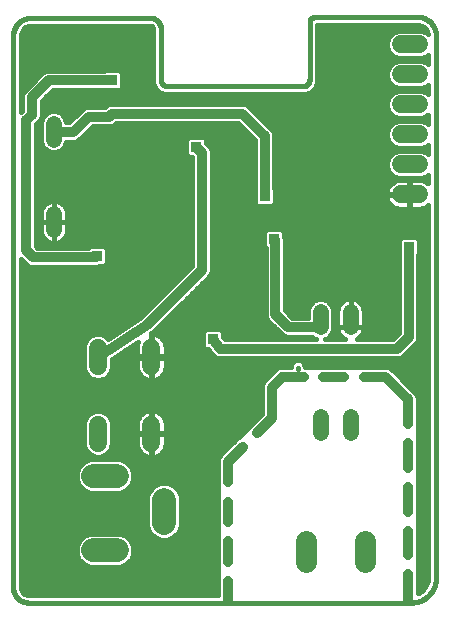
<source format=gbl>
G75*
%MOIN*%
%OFA0B0*%
%FSLAX25Y25*%
%IPPOS*%
%LPD*%
%AMOC8*
5,1,8,0,0,1.08239X$1,22.5*
%
%ADD10C,0.03200*%
%ADD11C,0.01600*%
%ADD12C,0.06000*%
%ADD13C,0.05200*%
%ADD14C,0.07050*%
%ADD15C,0.07874*%
%ADD16R,0.03562X0.03562*%
%ADD17C,0.03562*%
D10*
X0063550Y0126122D02*
X0079850Y0136850D01*
X0098274Y0155275D01*
X0098274Y0194251D01*
X0096306Y0196220D01*
X0111660Y0207243D02*
X0068353Y0207243D01*
X0067380Y0206270D01*
X0060520Y0206270D01*
X0055394Y0201145D01*
X0048817Y0201145D01*
X0041580Y0206934D02*
X0041580Y0212836D01*
X0047091Y0218348D01*
X0068348Y0218348D01*
X0041580Y0206934D02*
X0039608Y0204962D01*
X0039608Y0161655D01*
X0041970Y0159293D01*
X0062836Y0159293D01*
X0063230Y0159687D01*
X0101817Y0132046D02*
X0104180Y0128897D01*
X0163235Y0128897D01*
X0167172Y0132834D01*
X0167172Y0162755D01*
X0137762Y0136023D02*
X0126975Y0136023D01*
X0122683Y0140314D01*
X0122683Y0165117D01*
X0122290Y0165511D01*
X0119140Y0179684D02*
X0119140Y0199763D01*
X0111660Y0207243D01*
X0125046Y0119448D02*
X0132196Y0119448D01*
X0138596Y0119448D02*
X0145747Y0119448D01*
X0152147Y0119448D02*
X0159298Y0119448D01*
X0166778Y0111968D01*
X0166778Y0103781D01*
X0166778Y0097381D02*
X0166778Y0089194D01*
X0166778Y0082794D02*
X0166778Y0074606D01*
X0166778Y0068206D02*
X0166778Y0060019D01*
X0166778Y0053619D02*
X0166778Y0045432D01*
X0116482Y0100648D02*
X0121502Y0105669D01*
X0121502Y0115905D01*
X0125046Y0119448D01*
X0111956Y0096122D02*
X0106935Y0091102D01*
X0106935Y0084287D01*
X0106935Y0077887D02*
X0106935Y0071073D01*
X0106935Y0064673D02*
X0106935Y0057859D01*
X0106935Y0051459D02*
X0106935Y0044645D01*
D11*
X0035282Y0049369D02*
X0035282Y0233228D01*
X0037882Y0233228D02*
X0037945Y0233872D01*
X0038439Y0235064D01*
X0039351Y0235976D01*
X0040543Y0236470D01*
X0041187Y0236533D01*
X0080951Y0236533D01*
X0081135Y0236515D01*
X0081475Y0236374D01*
X0081736Y0236114D01*
X0081876Y0235774D01*
X0081894Y0235590D01*
X0081894Y0217674D01*
X0082650Y0215850D01*
X0082650Y0215850D01*
X0084046Y0214454D01*
X0085870Y0213698D01*
X0132726Y0213698D01*
X0134549Y0214454D01*
X0134549Y0214454D01*
X0135945Y0215850D01*
X0136701Y0217674D01*
X0136701Y0236927D01*
X0169928Y0236927D01*
X0170506Y0236881D01*
X0171607Y0236524D01*
X0172543Y0235843D01*
X0173224Y0234907D01*
X0173581Y0233806D01*
X0173587Y0233733D01*
X0173113Y0234207D01*
X0171420Y0234909D01*
X0163587Y0234909D01*
X0161893Y0234207D01*
X0160597Y0232911D01*
X0159896Y0231218D01*
X0159896Y0229385D01*
X0160597Y0227692D01*
X0161893Y0226396D01*
X0163587Y0225694D01*
X0171420Y0225694D01*
X0173113Y0226396D01*
X0173627Y0226910D01*
X0173627Y0223693D01*
X0173113Y0224207D01*
X0171420Y0224909D01*
X0163587Y0224909D01*
X0161893Y0224207D01*
X0160597Y0222911D01*
X0159896Y0221218D01*
X0159896Y0219385D01*
X0160597Y0217692D01*
X0161893Y0216396D01*
X0163587Y0215694D01*
X0171420Y0215694D01*
X0173113Y0216396D01*
X0173627Y0216910D01*
X0173627Y0213693D01*
X0173113Y0214207D01*
X0171420Y0214909D01*
X0163587Y0214909D01*
X0161893Y0214207D01*
X0160597Y0212911D01*
X0159896Y0211218D01*
X0159896Y0209385D01*
X0160597Y0207692D01*
X0161893Y0206396D01*
X0163587Y0205694D01*
X0171420Y0205694D01*
X0173113Y0206396D01*
X0173627Y0206910D01*
X0173627Y0203693D01*
X0173113Y0204207D01*
X0171420Y0204909D01*
X0163587Y0204909D01*
X0161893Y0204207D01*
X0160597Y0202911D01*
X0159896Y0201218D01*
X0159896Y0199385D01*
X0160597Y0197692D01*
X0161893Y0196396D01*
X0163587Y0195694D01*
X0171420Y0195694D01*
X0173113Y0196396D01*
X0173627Y0196910D01*
X0173627Y0193693D01*
X0173113Y0194207D01*
X0171420Y0194909D01*
X0163587Y0194909D01*
X0161893Y0194207D01*
X0160597Y0192911D01*
X0159896Y0191218D01*
X0159896Y0189385D01*
X0160597Y0187692D01*
X0161893Y0186396D01*
X0163587Y0185694D01*
X0171420Y0185694D01*
X0173113Y0186396D01*
X0173627Y0186910D01*
X0173627Y0183965D01*
X0173019Y0184407D01*
X0172346Y0184750D01*
X0171627Y0184983D01*
X0170881Y0185102D01*
X0167703Y0185102D01*
X0167703Y0180502D01*
X0167303Y0180502D01*
X0167303Y0185102D01*
X0164125Y0185102D01*
X0163379Y0184983D01*
X0162661Y0184750D01*
X0161987Y0184407D01*
X0161376Y0183963D01*
X0160842Y0183429D01*
X0160398Y0182817D01*
X0160055Y0182144D01*
X0159821Y0181426D01*
X0159703Y0180679D01*
X0159703Y0180502D01*
X0167303Y0180502D01*
X0167303Y0180102D01*
X0159703Y0180102D01*
X0159703Y0179924D01*
X0159821Y0179178D01*
X0160055Y0178459D01*
X0160398Y0177786D01*
X0160842Y0177175D01*
X0161376Y0176640D01*
X0161987Y0176196D01*
X0162661Y0175853D01*
X0163379Y0175620D01*
X0164125Y0175502D01*
X0167303Y0175502D01*
X0167303Y0180101D01*
X0167703Y0180101D01*
X0167703Y0175502D01*
X0170881Y0175502D01*
X0171627Y0175620D01*
X0172346Y0175853D01*
X0173019Y0176196D01*
X0173627Y0176638D01*
X0173627Y0052519D01*
X0173557Y0051632D01*
X0173009Y0049946D01*
X0171967Y0048511D01*
X0170532Y0047469D01*
X0170178Y0047354D01*
X0170178Y0112644D01*
X0169660Y0113894D01*
X0168704Y0114850D01*
X0161224Y0122330D01*
X0159974Y0122848D01*
X0132571Y0122848D01*
X0132571Y0123076D01*
X0132204Y0123961D01*
X0131527Y0124638D01*
X0130643Y0125005D01*
X0129685Y0125005D01*
X0128800Y0124638D01*
X0128123Y0123961D01*
X0127757Y0123076D01*
X0127757Y0122848D01*
X0124369Y0122848D01*
X0123120Y0122330D01*
X0122163Y0121374D01*
X0118620Y0117831D01*
X0118102Y0116581D01*
X0118102Y0107077D01*
X0104053Y0093028D01*
X0103535Y0091778D01*
X0103535Y0046851D01*
X0040400Y0046851D01*
X0039909Y0046900D01*
X0039001Y0047276D01*
X0038306Y0047970D01*
X0037930Y0048878D01*
X0037882Y0049369D01*
X0037882Y0158846D01*
X0039251Y0157476D01*
X0040153Y0156574D01*
X0041332Y0156086D01*
X0063474Y0156086D01*
X0063987Y0156298D01*
X0065677Y0156298D01*
X0066618Y0157240D01*
X0066618Y0162133D01*
X0065677Y0163075D01*
X0060783Y0163075D01*
X0060208Y0162500D01*
X0043298Y0162500D01*
X0042815Y0162984D01*
X0042815Y0203634D01*
X0044298Y0205117D01*
X0044787Y0206296D01*
X0044787Y0211508D01*
X0048420Y0215141D01*
X0065720Y0215141D01*
X0065901Y0214960D01*
X0070795Y0214960D01*
X0071736Y0215901D01*
X0071736Y0220795D01*
X0070795Y0221736D01*
X0065901Y0221736D01*
X0065720Y0221555D01*
X0046453Y0221555D01*
X0045275Y0221067D01*
X0039763Y0215555D01*
X0038861Y0214653D01*
X0038372Y0213474D01*
X0038372Y0208262D01*
X0037882Y0207772D01*
X0037882Y0233228D01*
X0037937Y0233791D02*
X0081894Y0233791D01*
X0081894Y0232193D02*
X0037882Y0232193D01*
X0037882Y0230594D02*
X0081894Y0230594D01*
X0081894Y0228996D02*
X0037882Y0228996D01*
X0037882Y0227397D02*
X0081894Y0227397D01*
X0081894Y0225799D02*
X0037882Y0225799D01*
X0037882Y0224200D02*
X0081894Y0224200D01*
X0081894Y0222602D02*
X0037882Y0222602D01*
X0037882Y0221003D02*
X0045211Y0221003D01*
X0043613Y0219405D02*
X0037882Y0219405D01*
X0037882Y0217806D02*
X0042014Y0217806D01*
X0040416Y0216208D02*
X0037882Y0216208D01*
X0037882Y0214609D02*
X0038843Y0214609D01*
X0038372Y0213011D02*
X0037882Y0213011D01*
X0037882Y0211412D02*
X0038372Y0211412D01*
X0038372Y0209814D02*
X0037882Y0209814D01*
X0037882Y0208215D02*
X0038325Y0208215D01*
X0042815Y0203420D02*
X0044610Y0203420D01*
X0044610Y0204582D02*
X0045251Y0206128D01*
X0046434Y0207311D01*
X0047980Y0207952D01*
X0049654Y0207952D01*
X0051200Y0207311D01*
X0052384Y0206128D01*
X0053024Y0204582D01*
X0053024Y0204352D01*
X0054066Y0204352D01*
X0057801Y0208087D01*
X0058703Y0208989D01*
X0059882Y0209477D01*
X0066051Y0209477D01*
X0066536Y0209962D01*
X0067715Y0210450D01*
X0112298Y0210450D01*
X0113477Y0209962D01*
X0114379Y0209060D01*
X0121859Y0201580D01*
X0122347Y0200401D01*
X0122347Y0182312D01*
X0122528Y0182131D01*
X0122528Y0177237D01*
X0121587Y0176296D01*
X0116693Y0176296D01*
X0115752Y0177237D01*
X0115752Y0182131D01*
X0115933Y0182312D01*
X0115933Y0198435D01*
X0110331Y0204036D01*
X0069681Y0204036D01*
X0069196Y0203551D01*
X0068017Y0203063D01*
X0061848Y0203063D01*
X0057211Y0198426D01*
X0056032Y0197938D01*
X0053024Y0197938D01*
X0053024Y0197708D01*
X0052384Y0196162D01*
X0051200Y0194978D01*
X0049654Y0194338D01*
X0047980Y0194338D01*
X0046434Y0194978D01*
X0045251Y0196162D01*
X0044610Y0197708D01*
X0044610Y0204582D01*
X0044791Y0205018D02*
X0044199Y0205018D01*
X0044787Y0206617D02*
X0045739Y0206617D01*
X0044787Y0208215D02*
X0057929Y0208215D01*
X0056331Y0206617D02*
X0051895Y0206617D01*
X0052844Y0205018D02*
X0054732Y0205018D01*
X0059008Y0200223D02*
X0114145Y0200223D01*
X0112546Y0201821D02*
X0060606Y0201821D01*
X0057409Y0198624D02*
X0092917Y0198624D01*
X0092917Y0198666D02*
X0092917Y0193773D01*
X0093859Y0192831D01*
X0095067Y0192831D01*
X0095067Y0156603D01*
X0077813Y0139349D01*
X0066973Y0132214D01*
X0066159Y0133028D01*
X0064466Y0133729D01*
X0062633Y0133729D01*
X0060940Y0133028D01*
X0059644Y0131732D01*
X0058943Y0130038D01*
X0058943Y0122206D01*
X0059644Y0120512D01*
X0060940Y0119216D01*
X0062633Y0118515D01*
X0064466Y0118515D01*
X0066159Y0119216D01*
X0067455Y0120512D01*
X0068157Y0122206D01*
X0068157Y0125315D01*
X0076982Y0131124D01*
X0076901Y0130965D01*
X0076668Y0130246D01*
X0076550Y0129500D01*
X0076550Y0126322D01*
X0081150Y0126322D01*
X0081150Y0133867D01*
X0081358Y0134004D01*
X0081666Y0134132D01*
X0081886Y0134351D01*
X0082146Y0134522D01*
X0082333Y0134798D01*
X0100091Y0152556D01*
X0100993Y0153458D01*
X0101481Y0154637D01*
X0101481Y0194889D01*
X0100993Y0196068D01*
X0099694Y0197367D01*
X0099694Y0198666D01*
X0098752Y0199608D01*
X0093859Y0199608D01*
X0092917Y0198666D01*
X0092917Y0197026D02*
X0052742Y0197026D01*
X0051649Y0195427D02*
X0092917Y0195427D01*
X0092917Y0193829D02*
X0042815Y0193829D01*
X0042815Y0195427D02*
X0045985Y0195427D01*
X0044893Y0197026D02*
X0042815Y0197026D01*
X0042815Y0198624D02*
X0044610Y0198624D01*
X0044610Y0200223D02*
X0042815Y0200223D01*
X0042815Y0201821D02*
X0044610Y0201821D01*
X0044787Y0209814D02*
X0066388Y0209814D01*
X0068879Y0203420D02*
X0110948Y0203420D01*
X0113625Y0209814D02*
X0159896Y0209814D01*
X0159977Y0211412D02*
X0044787Y0211412D01*
X0046290Y0213011D02*
X0160697Y0213011D01*
X0162864Y0214609D02*
X0134705Y0214609D01*
X0135945Y0215850D02*
X0135945Y0215850D01*
X0136094Y0216208D02*
X0162347Y0216208D01*
X0160550Y0217806D02*
X0136701Y0217806D01*
X0136701Y0219405D02*
X0159896Y0219405D01*
X0159896Y0221003D02*
X0136701Y0221003D01*
X0136701Y0222602D02*
X0160469Y0222602D01*
X0161887Y0224200D02*
X0136701Y0224200D01*
X0136701Y0225799D02*
X0163335Y0225799D01*
X0160892Y0227397D02*
X0136701Y0227397D01*
X0136701Y0228996D02*
X0160057Y0228996D01*
X0159896Y0230594D02*
X0136701Y0230594D01*
X0136701Y0232193D02*
X0160300Y0232193D01*
X0161478Y0233791D02*
X0136701Y0233791D01*
X0136701Y0235390D02*
X0172873Y0235390D01*
X0173529Y0233791D02*
X0173582Y0233791D01*
X0176227Y0233228D02*
X0176225Y0233385D01*
X0176219Y0233542D01*
X0176209Y0233699D01*
X0176196Y0233855D01*
X0176178Y0234011D01*
X0176157Y0234167D01*
X0176131Y0234322D01*
X0176102Y0234476D01*
X0176069Y0234630D01*
X0176032Y0234782D01*
X0175992Y0234934D01*
X0175947Y0235085D01*
X0175899Y0235234D01*
X0175847Y0235382D01*
X0175792Y0235529D01*
X0175732Y0235675D01*
X0175670Y0235819D01*
X0175603Y0235961D01*
X0175533Y0236102D01*
X0175460Y0236241D01*
X0175383Y0236378D01*
X0175303Y0236513D01*
X0175219Y0236645D01*
X0175132Y0236776D01*
X0175042Y0236905D01*
X0174949Y0237031D01*
X0174853Y0237155D01*
X0174753Y0237277D01*
X0174651Y0237396D01*
X0174545Y0237512D01*
X0174437Y0237626D01*
X0174326Y0237737D01*
X0174212Y0237845D01*
X0174096Y0237951D01*
X0173977Y0238053D01*
X0173855Y0238153D01*
X0173731Y0238249D01*
X0173605Y0238342D01*
X0173476Y0238432D01*
X0173345Y0238519D01*
X0173213Y0238603D01*
X0173078Y0238683D01*
X0172941Y0238760D01*
X0172802Y0238833D01*
X0172661Y0238903D01*
X0172519Y0238970D01*
X0172375Y0239032D01*
X0172229Y0239092D01*
X0172082Y0239147D01*
X0171934Y0239199D01*
X0171785Y0239247D01*
X0171634Y0239292D01*
X0171482Y0239332D01*
X0171330Y0239369D01*
X0171176Y0239402D01*
X0171022Y0239431D01*
X0170867Y0239457D01*
X0170711Y0239478D01*
X0170555Y0239496D01*
X0170399Y0239509D01*
X0170242Y0239519D01*
X0170085Y0239525D01*
X0169928Y0239527D01*
X0136069Y0239527D01*
X0135983Y0239525D01*
X0135897Y0239520D01*
X0135812Y0239510D01*
X0135727Y0239497D01*
X0135643Y0239480D01*
X0135559Y0239460D01*
X0135477Y0239436D01*
X0135396Y0239408D01*
X0135315Y0239377D01*
X0135237Y0239343D01*
X0135160Y0239305D01*
X0135085Y0239263D01*
X0135011Y0239219D01*
X0134940Y0239171D01*
X0134870Y0239120D01*
X0134803Y0239066D01*
X0134739Y0239010D01*
X0134677Y0238950D01*
X0134617Y0238888D01*
X0134561Y0238824D01*
X0134507Y0238757D01*
X0134456Y0238687D01*
X0134408Y0238616D01*
X0134364Y0238543D01*
X0134322Y0238467D01*
X0134284Y0238390D01*
X0134250Y0238312D01*
X0134219Y0238231D01*
X0134191Y0238150D01*
X0134167Y0238068D01*
X0134147Y0237984D01*
X0134130Y0237900D01*
X0134117Y0237815D01*
X0134107Y0237730D01*
X0134102Y0237644D01*
X0134100Y0237558D01*
X0134101Y0237558D02*
X0134101Y0218661D01*
X0134099Y0218566D01*
X0134093Y0218471D01*
X0134084Y0218376D01*
X0134070Y0218282D01*
X0134053Y0218189D01*
X0134032Y0218096D01*
X0134008Y0218004D01*
X0133979Y0217913D01*
X0133948Y0217823D01*
X0133912Y0217735D01*
X0133873Y0217648D01*
X0133830Y0217563D01*
X0133785Y0217480D01*
X0133735Y0217399D01*
X0133683Y0217319D01*
X0133627Y0217242D01*
X0133569Y0217167D01*
X0133507Y0217095D01*
X0133442Y0217025D01*
X0133375Y0216958D01*
X0133305Y0216893D01*
X0133233Y0216831D01*
X0133158Y0216773D01*
X0133081Y0216717D01*
X0133001Y0216665D01*
X0132920Y0216615D01*
X0132837Y0216570D01*
X0132752Y0216527D01*
X0132665Y0216488D01*
X0132577Y0216452D01*
X0132487Y0216421D01*
X0132396Y0216392D01*
X0132304Y0216368D01*
X0132211Y0216347D01*
X0132118Y0216330D01*
X0132024Y0216316D01*
X0131929Y0216307D01*
X0131834Y0216301D01*
X0131739Y0216299D01*
X0131739Y0216298D02*
X0086857Y0216298D01*
X0086857Y0216299D02*
X0086762Y0216301D01*
X0086667Y0216307D01*
X0086572Y0216316D01*
X0086478Y0216330D01*
X0086385Y0216347D01*
X0086292Y0216368D01*
X0086200Y0216392D01*
X0086109Y0216421D01*
X0086019Y0216452D01*
X0085931Y0216488D01*
X0085844Y0216527D01*
X0085759Y0216570D01*
X0085676Y0216615D01*
X0085595Y0216665D01*
X0085515Y0216717D01*
X0085438Y0216773D01*
X0085363Y0216831D01*
X0085291Y0216893D01*
X0085221Y0216958D01*
X0085154Y0217025D01*
X0085089Y0217095D01*
X0085027Y0217167D01*
X0084969Y0217242D01*
X0084913Y0217319D01*
X0084861Y0217399D01*
X0084811Y0217480D01*
X0084766Y0217563D01*
X0084723Y0217648D01*
X0084684Y0217735D01*
X0084648Y0217823D01*
X0084617Y0217913D01*
X0084588Y0218004D01*
X0084564Y0218096D01*
X0084543Y0218189D01*
X0084526Y0218282D01*
X0084512Y0218376D01*
X0084503Y0218471D01*
X0084497Y0218566D01*
X0084495Y0218661D01*
X0084494Y0218661D02*
X0084494Y0235590D01*
X0081894Y0235390D02*
X0038765Y0235390D01*
X0035281Y0233228D02*
X0035283Y0233380D01*
X0035289Y0233532D01*
X0035299Y0233684D01*
X0035312Y0233835D01*
X0035330Y0233986D01*
X0035351Y0234137D01*
X0035377Y0234287D01*
X0035406Y0234436D01*
X0035439Y0234585D01*
X0035476Y0234732D01*
X0035516Y0234879D01*
X0035561Y0235024D01*
X0035609Y0235168D01*
X0035661Y0235311D01*
X0035716Y0235453D01*
X0035775Y0235593D01*
X0035838Y0235732D01*
X0035904Y0235869D01*
X0035974Y0236004D01*
X0036047Y0236137D01*
X0036124Y0236268D01*
X0036204Y0236398D01*
X0036287Y0236525D01*
X0036373Y0236650D01*
X0036463Y0236773D01*
X0036556Y0236893D01*
X0036652Y0237011D01*
X0036751Y0237127D01*
X0036853Y0237240D01*
X0036957Y0237350D01*
X0037065Y0237458D01*
X0037175Y0237562D01*
X0037288Y0237664D01*
X0037404Y0237763D01*
X0037522Y0237859D01*
X0037642Y0237952D01*
X0037765Y0238042D01*
X0037890Y0238128D01*
X0038017Y0238211D01*
X0038147Y0238291D01*
X0038278Y0238368D01*
X0038411Y0238441D01*
X0038546Y0238511D01*
X0038683Y0238577D01*
X0038822Y0238640D01*
X0038962Y0238699D01*
X0039104Y0238754D01*
X0039247Y0238806D01*
X0039391Y0238854D01*
X0039536Y0238899D01*
X0039683Y0238939D01*
X0039830Y0238976D01*
X0039979Y0239009D01*
X0040128Y0239038D01*
X0040278Y0239064D01*
X0040429Y0239085D01*
X0040580Y0239103D01*
X0040731Y0239116D01*
X0040883Y0239126D01*
X0041035Y0239132D01*
X0041187Y0239134D01*
X0041187Y0239133D02*
X0080951Y0239133D01*
X0081067Y0239131D01*
X0081183Y0239125D01*
X0081298Y0239116D01*
X0081413Y0239103D01*
X0081528Y0239086D01*
X0081642Y0239065D01*
X0081756Y0239040D01*
X0081868Y0239012D01*
X0081979Y0238980D01*
X0082090Y0238945D01*
X0082199Y0238906D01*
X0082307Y0238863D01*
X0082413Y0238817D01*
X0082518Y0238768D01*
X0082621Y0238715D01*
X0082723Y0238658D01*
X0082822Y0238599D01*
X0082919Y0238536D01*
X0083015Y0238470D01*
X0083108Y0238401D01*
X0083199Y0238329D01*
X0083287Y0238254D01*
X0083373Y0238176D01*
X0083456Y0238095D01*
X0083537Y0238012D01*
X0083615Y0237926D01*
X0083690Y0237838D01*
X0083762Y0237747D01*
X0083831Y0237654D01*
X0083897Y0237558D01*
X0083960Y0237461D01*
X0084019Y0237362D01*
X0084076Y0237260D01*
X0084129Y0237157D01*
X0084178Y0237052D01*
X0084224Y0236946D01*
X0084267Y0236838D01*
X0084306Y0236729D01*
X0084341Y0236618D01*
X0084373Y0236507D01*
X0084401Y0236395D01*
X0084426Y0236281D01*
X0084447Y0236167D01*
X0084464Y0236052D01*
X0084477Y0235937D01*
X0084486Y0235822D01*
X0084492Y0235706D01*
X0084494Y0235590D01*
X0081894Y0221003D02*
X0071528Y0221003D01*
X0071736Y0219405D02*
X0081894Y0219405D01*
X0081894Y0217806D02*
X0071736Y0217806D01*
X0071736Y0216208D02*
X0082502Y0216208D01*
X0083890Y0214609D02*
X0047888Y0214609D01*
X0042815Y0192230D02*
X0095067Y0192230D01*
X0095067Y0190632D02*
X0042815Y0190632D01*
X0042815Y0189033D02*
X0095067Y0189033D01*
X0095067Y0187435D02*
X0042815Y0187435D01*
X0042815Y0185836D02*
X0095067Y0185836D01*
X0095067Y0184238D02*
X0042815Y0184238D01*
X0042815Y0182639D02*
X0095067Y0182639D01*
X0095067Y0181041D02*
X0042815Y0181041D01*
X0042815Y0179442D02*
X0095067Y0179442D01*
X0095067Y0177844D02*
X0050442Y0177844D01*
X0050506Y0177823D02*
X0049848Y0178037D01*
X0049164Y0178145D01*
X0048817Y0178145D01*
X0048471Y0178145D01*
X0047787Y0178037D01*
X0047128Y0177823D01*
X0046511Y0177508D01*
X0045951Y0177101D01*
X0045461Y0176611D01*
X0045054Y0176051D01*
X0044740Y0175434D01*
X0044526Y0174775D01*
X0044417Y0174091D01*
X0044417Y0171145D01*
X0048817Y0171145D01*
X0048817Y0171145D01*
X0048817Y0178145D01*
X0048817Y0171145D01*
X0048817Y0171145D01*
X0044417Y0171145D01*
X0044417Y0168199D01*
X0044526Y0167515D01*
X0044740Y0166856D01*
X0045054Y0166239D01*
X0045461Y0165678D01*
X0045951Y0165189D01*
X0046511Y0164782D01*
X0047128Y0164467D01*
X0047787Y0164253D01*
X0048471Y0164145D01*
X0048817Y0164145D01*
X0048817Y0171145D01*
X0048817Y0171145D01*
X0053217Y0171145D01*
X0053217Y0174091D01*
X0053109Y0174775D01*
X0052895Y0175434D01*
X0052581Y0176051D01*
X0052173Y0176611D01*
X0051684Y0177101D01*
X0051123Y0177508D01*
X0050506Y0177823D01*
X0048817Y0177844D02*
X0048817Y0177844D01*
X0048817Y0176245D02*
X0048817Y0176245D01*
X0048817Y0174647D02*
X0048817Y0174647D01*
X0048817Y0173048D02*
X0048817Y0173048D01*
X0048817Y0171449D02*
X0048817Y0171449D01*
X0048817Y0171145D02*
X0048817Y0171145D01*
X0048817Y0164145D01*
X0049164Y0164145D01*
X0049848Y0164253D01*
X0050506Y0164467D01*
X0051123Y0164782D01*
X0051684Y0165189D01*
X0052173Y0165678D01*
X0052581Y0166239D01*
X0052895Y0166856D01*
X0053109Y0167515D01*
X0053217Y0168199D01*
X0053217Y0171145D01*
X0048817Y0171145D01*
X0048817Y0169851D02*
X0048817Y0169851D01*
X0048817Y0168252D02*
X0048817Y0168252D01*
X0048817Y0166654D02*
X0048817Y0166654D01*
X0048817Y0165055D02*
X0048817Y0165055D01*
X0051500Y0165055D02*
X0095067Y0165055D01*
X0095067Y0163457D02*
X0042815Y0163457D01*
X0042815Y0165055D02*
X0046134Y0165055D01*
X0044843Y0166654D02*
X0042815Y0166654D01*
X0042815Y0168252D02*
X0044417Y0168252D01*
X0044417Y0169851D02*
X0042815Y0169851D01*
X0042815Y0171449D02*
X0044417Y0171449D01*
X0044417Y0173048D02*
X0042815Y0173048D01*
X0042815Y0174647D02*
X0044505Y0174647D01*
X0045195Y0176245D02*
X0042815Y0176245D01*
X0042815Y0177844D02*
X0047193Y0177844D01*
X0052440Y0176245D02*
X0095067Y0176245D01*
X0095067Y0174647D02*
X0053129Y0174647D01*
X0053217Y0173048D02*
X0095067Y0173048D01*
X0095067Y0171449D02*
X0053217Y0171449D01*
X0053217Y0169851D02*
X0095067Y0169851D01*
X0095067Y0168252D02*
X0053217Y0168252D01*
X0052792Y0166654D02*
X0095067Y0166654D01*
X0095067Y0161858D02*
X0066618Y0161858D01*
X0066618Y0160260D02*
X0095067Y0160260D01*
X0095067Y0158661D02*
X0066618Y0158661D01*
X0066441Y0157063D02*
X0095067Y0157063D01*
X0093928Y0155464D02*
X0037882Y0155464D01*
X0037882Y0153866D02*
X0092330Y0153866D01*
X0090731Y0152267D02*
X0037882Y0152267D01*
X0037882Y0150669D02*
X0089133Y0150669D01*
X0087534Y0149070D02*
X0037882Y0149070D01*
X0037882Y0147472D02*
X0085936Y0147472D01*
X0084337Y0145873D02*
X0037882Y0145873D01*
X0037882Y0144275D02*
X0082739Y0144275D01*
X0081140Y0142676D02*
X0037882Y0142676D01*
X0037882Y0141078D02*
X0079542Y0141078D01*
X0077943Y0139479D02*
X0037882Y0139479D01*
X0037882Y0137881D02*
X0075582Y0137881D01*
X0073153Y0136282D02*
X0037882Y0136282D01*
X0037882Y0134684D02*
X0070724Y0134684D01*
X0068296Y0133085D02*
X0066021Y0133085D01*
X0061079Y0133085D02*
X0037882Y0133085D01*
X0037882Y0131487D02*
X0059542Y0131487D01*
X0058943Y0129888D02*
X0037882Y0129888D01*
X0037882Y0128290D02*
X0058943Y0128290D01*
X0058943Y0126691D02*
X0037882Y0126691D01*
X0037882Y0125093D02*
X0058943Y0125093D01*
X0058943Y0123494D02*
X0037882Y0123494D01*
X0037882Y0121896D02*
X0059071Y0121896D01*
X0059859Y0120297D02*
X0037882Y0120297D01*
X0037882Y0118699D02*
X0062190Y0118699D01*
X0064909Y0118699D02*
X0079458Y0118699D01*
X0079507Y0118674D02*
X0080226Y0118440D01*
X0080972Y0118322D01*
X0081150Y0118322D01*
X0081150Y0125922D01*
X0081550Y0125922D01*
X0081550Y0126322D01*
X0086150Y0126322D01*
X0086150Y0129500D01*
X0086031Y0130246D01*
X0085798Y0130965D01*
X0085455Y0131638D01*
X0085011Y0132249D01*
X0084477Y0132783D01*
X0083865Y0133227D01*
X0083192Y0133570D01*
X0082474Y0133804D01*
X0081727Y0133922D01*
X0081550Y0133922D01*
X0081550Y0126322D01*
X0081150Y0126322D01*
X0081150Y0125922D01*
X0076550Y0125922D01*
X0076550Y0122744D01*
X0076668Y0121998D01*
X0076901Y0121279D01*
X0077244Y0120606D01*
X0077688Y0119995D01*
X0078223Y0119461D01*
X0078834Y0119017D01*
X0079507Y0118674D01*
X0081150Y0118699D02*
X0081550Y0118699D01*
X0081550Y0118322D02*
X0081727Y0118322D01*
X0082474Y0118440D01*
X0083192Y0118674D01*
X0083865Y0119017D01*
X0084477Y0119461D01*
X0085011Y0119995D01*
X0085455Y0120606D01*
X0085798Y0121279D01*
X0086031Y0121998D01*
X0086150Y0122744D01*
X0086150Y0125922D01*
X0081550Y0125922D01*
X0081550Y0118322D01*
X0083241Y0118699D02*
X0119488Y0118699D01*
X0118317Y0117100D02*
X0037882Y0117100D01*
X0037882Y0115502D02*
X0118102Y0115502D01*
X0118102Y0113903D02*
X0037882Y0113903D01*
X0037882Y0112305D02*
X0118102Y0112305D01*
X0118102Y0110706D02*
X0037882Y0110706D01*
X0037882Y0109108D02*
X0118102Y0109108D01*
X0118102Y0107509D02*
X0084028Y0107509D01*
X0083865Y0107627D02*
X0083192Y0107970D01*
X0082474Y0108204D01*
X0081727Y0108322D01*
X0081550Y0108322D01*
X0081550Y0100722D01*
X0086150Y0100722D01*
X0086150Y0103900D01*
X0086031Y0104646D01*
X0085798Y0105365D01*
X0085455Y0106038D01*
X0085011Y0106649D01*
X0084477Y0107183D01*
X0083865Y0107627D01*
X0081550Y0107509D02*
X0081150Y0107509D01*
X0081150Y0108322D02*
X0080972Y0108322D01*
X0080226Y0108204D01*
X0079507Y0107970D01*
X0078834Y0107627D01*
X0078223Y0107183D01*
X0077688Y0106649D01*
X0077244Y0106038D01*
X0076901Y0105365D01*
X0076668Y0104646D01*
X0076550Y0103900D01*
X0076550Y0100722D01*
X0081150Y0100722D01*
X0081150Y0108322D01*
X0081150Y0105911D02*
X0081550Y0105911D01*
X0081550Y0104312D02*
X0081150Y0104312D01*
X0081150Y0102714D02*
X0081550Y0102714D01*
X0081550Y0101115D02*
X0081150Y0101115D01*
X0081150Y0100722D02*
X0081550Y0100722D01*
X0081550Y0100322D01*
X0086150Y0100322D01*
X0086150Y0097144D01*
X0086031Y0096398D01*
X0085798Y0095679D01*
X0085455Y0095006D01*
X0085011Y0094395D01*
X0084477Y0093861D01*
X0083865Y0093417D01*
X0083192Y0093074D01*
X0082474Y0092840D01*
X0081727Y0092722D01*
X0081550Y0092722D01*
X0081550Y0100322D01*
X0081150Y0100322D01*
X0081150Y0092722D01*
X0080972Y0092722D01*
X0080226Y0092840D01*
X0079507Y0093074D01*
X0078834Y0093417D01*
X0078223Y0093861D01*
X0077688Y0094395D01*
X0077244Y0095006D01*
X0076901Y0095679D01*
X0076668Y0096398D01*
X0076550Y0097144D01*
X0076550Y0100322D01*
X0081150Y0100322D01*
X0081150Y0100722D01*
X0081150Y0099516D02*
X0081550Y0099516D01*
X0081550Y0097918D02*
X0081150Y0097918D01*
X0081150Y0096319D02*
X0081550Y0096319D01*
X0081550Y0094721D02*
X0081150Y0094721D01*
X0081150Y0093122D02*
X0081550Y0093122D01*
X0083288Y0093122D02*
X0104148Y0093122D01*
X0103535Y0091524D02*
X0072102Y0091524D01*
X0072985Y0091158D02*
X0070947Y0092002D01*
X0060867Y0092002D01*
X0058830Y0091158D01*
X0057270Y0089599D01*
X0056426Y0087561D01*
X0056426Y0085355D01*
X0057270Y0083318D01*
X0058830Y0081758D01*
X0060867Y0080914D01*
X0070947Y0080914D01*
X0072985Y0081758D01*
X0074544Y0083318D01*
X0075388Y0085355D01*
X0075388Y0087561D01*
X0074544Y0089599D01*
X0072985Y0091158D01*
X0074217Y0089925D02*
X0103535Y0089925D01*
X0103535Y0088327D02*
X0075071Y0088327D01*
X0075388Y0086728D02*
X0103535Y0086728D01*
X0103535Y0085130D02*
X0075295Y0085130D01*
X0074633Y0083531D02*
X0083048Y0083531D01*
X0082452Y0083284D02*
X0084489Y0084128D01*
X0086695Y0084128D01*
X0088733Y0083284D01*
X0090292Y0081725D01*
X0091136Y0079687D01*
X0091136Y0069607D01*
X0090292Y0067570D01*
X0088733Y0066010D01*
X0086695Y0065166D01*
X0084489Y0065166D01*
X0082452Y0066010D01*
X0080892Y0067570D01*
X0080048Y0069607D01*
X0080048Y0079687D01*
X0080892Y0081725D01*
X0082452Y0083284D01*
X0081100Y0081933D02*
X0073159Y0081933D01*
X0080316Y0080334D02*
X0037882Y0080334D01*
X0037882Y0078736D02*
X0080048Y0078736D01*
X0080048Y0077137D02*
X0037882Y0077137D01*
X0037882Y0075539D02*
X0080048Y0075539D01*
X0080048Y0073940D02*
X0037882Y0073940D01*
X0037882Y0072342D02*
X0080048Y0072342D01*
X0080048Y0070743D02*
X0037882Y0070743D01*
X0037882Y0069145D02*
X0080240Y0069145D01*
X0080916Y0067546D02*
X0037882Y0067546D01*
X0037882Y0065948D02*
X0058422Y0065948D01*
X0058830Y0066355D02*
X0057270Y0064796D01*
X0056426Y0062758D01*
X0056426Y0060552D01*
X0057270Y0058515D01*
X0058830Y0056955D01*
X0060867Y0056111D01*
X0070947Y0056111D01*
X0072985Y0056955D01*
X0074544Y0058515D01*
X0075388Y0060552D01*
X0075388Y0062758D01*
X0074544Y0064796D01*
X0072985Y0066355D01*
X0070947Y0067199D01*
X0060867Y0067199D01*
X0058830Y0066355D01*
X0057085Y0064349D02*
X0037882Y0064349D01*
X0037882Y0062751D02*
X0056426Y0062751D01*
X0056426Y0061152D02*
X0037882Y0061152D01*
X0037882Y0059554D02*
X0056840Y0059554D01*
X0057829Y0057955D02*
X0037882Y0057955D01*
X0037882Y0056357D02*
X0060274Y0056357D01*
X0071540Y0056357D02*
X0103535Y0056357D01*
X0103535Y0057955D02*
X0073985Y0057955D01*
X0074975Y0059554D02*
X0103535Y0059554D01*
X0103535Y0061152D02*
X0075388Y0061152D01*
X0075388Y0062751D02*
X0103535Y0062751D01*
X0103535Y0064349D02*
X0074729Y0064349D01*
X0073392Y0065948D02*
X0082602Y0065948D01*
X0088582Y0065948D02*
X0103535Y0065948D01*
X0103535Y0067546D02*
X0090269Y0067546D01*
X0090945Y0069145D02*
X0103535Y0069145D01*
X0103535Y0070743D02*
X0091136Y0070743D01*
X0091136Y0072342D02*
X0103535Y0072342D01*
X0103535Y0073940D02*
X0091136Y0073940D01*
X0091136Y0075539D02*
X0103535Y0075539D01*
X0103535Y0077137D02*
X0091136Y0077137D01*
X0091136Y0078736D02*
X0103535Y0078736D01*
X0103535Y0080334D02*
X0090868Y0080334D01*
X0090084Y0081933D02*
X0103535Y0081933D01*
X0103535Y0083531D02*
X0088136Y0083531D01*
X0085248Y0094721D02*
X0105747Y0094721D01*
X0107345Y0096319D02*
X0086006Y0096319D01*
X0086150Y0097918D02*
X0108944Y0097918D01*
X0110542Y0099516D02*
X0086150Y0099516D01*
X0086150Y0101115D02*
X0112141Y0101115D01*
X0113739Y0102714D02*
X0086150Y0102714D01*
X0086084Y0104312D02*
X0115338Y0104312D01*
X0116936Y0105911D02*
X0085520Y0105911D01*
X0078671Y0107509D02*
X0065963Y0107509D01*
X0066159Y0107428D02*
X0064466Y0108129D01*
X0062633Y0108129D01*
X0060940Y0107428D01*
X0059644Y0106132D01*
X0058943Y0104438D01*
X0058943Y0096606D01*
X0059644Y0094912D01*
X0060940Y0093616D01*
X0062633Y0092915D01*
X0064466Y0092915D01*
X0066159Y0093616D01*
X0067455Y0094912D01*
X0068157Y0096606D01*
X0068157Y0104438D01*
X0067455Y0106132D01*
X0066159Y0107428D01*
X0067547Y0105911D02*
X0077179Y0105911D01*
X0076615Y0104312D02*
X0068157Y0104312D01*
X0068157Y0102714D02*
X0076550Y0102714D01*
X0076550Y0101115D02*
X0068157Y0101115D01*
X0068157Y0099516D02*
X0076550Y0099516D01*
X0076550Y0097918D02*
X0068157Y0097918D01*
X0068038Y0096319D02*
X0076693Y0096319D01*
X0077452Y0094721D02*
X0067264Y0094721D01*
X0064967Y0093122D02*
X0079411Y0093122D01*
X0062132Y0093122D02*
X0037882Y0093122D01*
X0037882Y0091524D02*
X0059712Y0091524D01*
X0057597Y0089925D02*
X0037882Y0089925D01*
X0037882Y0088327D02*
X0056743Y0088327D01*
X0056426Y0086728D02*
X0037882Y0086728D01*
X0037882Y0085130D02*
X0056519Y0085130D01*
X0057182Y0083531D02*
X0037882Y0083531D01*
X0037882Y0081933D02*
X0058655Y0081933D01*
X0059835Y0094721D02*
X0037882Y0094721D01*
X0037882Y0096319D02*
X0059061Y0096319D01*
X0058943Y0097918D02*
X0037882Y0097918D01*
X0037882Y0099516D02*
X0058943Y0099516D01*
X0058943Y0101115D02*
X0037882Y0101115D01*
X0037882Y0102714D02*
X0058943Y0102714D01*
X0058943Y0104312D02*
X0037882Y0104312D01*
X0037882Y0105911D02*
X0059552Y0105911D01*
X0061136Y0107509D02*
X0037882Y0107509D01*
X0067240Y0120297D02*
X0077469Y0120297D01*
X0076701Y0121896D02*
X0068028Y0121896D01*
X0068157Y0123494D02*
X0076550Y0123494D01*
X0076550Y0125093D02*
X0068157Y0125093D01*
X0070248Y0126691D02*
X0076550Y0126691D01*
X0076550Y0128290D02*
X0072676Y0128290D01*
X0075105Y0129888D02*
X0076611Y0129888D01*
X0081150Y0129888D02*
X0081550Y0129888D01*
X0081550Y0128290D02*
X0081150Y0128290D01*
X0081150Y0126691D02*
X0081550Y0126691D01*
X0081550Y0125093D02*
X0081150Y0125093D01*
X0081150Y0123494D02*
X0081550Y0123494D01*
X0081550Y0121896D02*
X0081150Y0121896D01*
X0081150Y0120297D02*
X0081550Y0120297D01*
X0085230Y0120297D02*
X0121086Y0120297D01*
X0122163Y0121374D02*
X0122163Y0121374D01*
X0122685Y0121896D02*
X0085998Y0121896D01*
X0086150Y0123494D02*
X0127930Y0123494D01*
X0130164Y0122598D02*
X0130164Y0122204D01*
X0132398Y0123494D02*
X0173627Y0123494D01*
X0173627Y0121896D02*
X0161658Y0121896D01*
X0163257Y0120297D02*
X0173627Y0120297D01*
X0173627Y0118699D02*
X0164855Y0118699D01*
X0166454Y0117100D02*
X0173627Y0117100D01*
X0173627Y0115502D02*
X0168052Y0115502D01*
X0169651Y0113903D02*
X0173627Y0113903D01*
X0173627Y0112305D02*
X0170178Y0112305D01*
X0170178Y0110706D02*
X0173627Y0110706D01*
X0173627Y0109108D02*
X0170178Y0109108D01*
X0170178Y0107509D02*
X0173627Y0107509D01*
X0173627Y0105911D02*
X0170178Y0105911D01*
X0170178Y0104312D02*
X0173627Y0104312D01*
X0173627Y0102714D02*
X0170178Y0102714D01*
X0170178Y0101115D02*
X0173627Y0101115D01*
X0173627Y0099516D02*
X0170178Y0099516D01*
X0170178Y0097918D02*
X0173627Y0097918D01*
X0173627Y0096319D02*
X0170178Y0096319D01*
X0170178Y0094721D02*
X0173627Y0094721D01*
X0173627Y0093122D02*
X0170178Y0093122D01*
X0170178Y0091524D02*
X0173627Y0091524D01*
X0173627Y0089925D02*
X0170178Y0089925D01*
X0170178Y0088327D02*
X0173627Y0088327D01*
X0173627Y0086728D02*
X0170178Y0086728D01*
X0170178Y0085130D02*
X0173627Y0085130D01*
X0173627Y0083531D02*
X0170178Y0083531D01*
X0170178Y0081933D02*
X0173627Y0081933D01*
X0173627Y0080334D02*
X0170178Y0080334D01*
X0170178Y0078736D02*
X0173627Y0078736D01*
X0173627Y0077137D02*
X0170178Y0077137D01*
X0170178Y0075539D02*
X0173627Y0075539D01*
X0173627Y0073940D02*
X0170178Y0073940D01*
X0170178Y0072342D02*
X0173627Y0072342D01*
X0173627Y0070743D02*
X0170178Y0070743D01*
X0170178Y0069145D02*
X0173627Y0069145D01*
X0173627Y0067546D02*
X0170178Y0067546D01*
X0170178Y0065948D02*
X0173627Y0065948D01*
X0173627Y0064349D02*
X0170178Y0064349D01*
X0170178Y0062751D02*
X0173627Y0062751D01*
X0173627Y0061152D02*
X0170178Y0061152D01*
X0170178Y0059554D02*
X0173627Y0059554D01*
X0173627Y0057955D02*
X0170178Y0057955D01*
X0170178Y0056357D02*
X0173627Y0056357D01*
X0173627Y0054758D02*
X0170178Y0054758D01*
X0170178Y0053160D02*
X0173627Y0053160D01*
X0173534Y0051561D02*
X0170178Y0051561D01*
X0170178Y0049963D02*
X0173015Y0049963D01*
X0171764Y0048364D02*
X0170178Y0048364D01*
X0167959Y0044251D02*
X0168159Y0044253D01*
X0168358Y0044261D01*
X0168558Y0044273D01*
X0168757Y0044290D01*
X0168956Y0044311D01*
X0169154Y0044338D01*
X0169351Y0044369D01*
X0169548Y0044405D01*
X0169743Y0044446D01*
X0169938Y0044491D01*
X0170131Y0044541D01*
X0170323Y0044596D01*
X0170514Y0044656D01*
X0170703Y0044720D01*
X0170891Y0044788D01*
X0171077Y0044861D01*
X0171261Y0044939D01*
X0171443Y0045021D01*
X0171623Y0045107D01*
X0171801Y0045198D01*
X0171977Y0045293D01*
X0172151Y0045392D01*
X0172322Y0045496D01*
X0172490Y0045603D01*
X0172656Y0045715D01*
X0172819Y0045830D01*
X0172979Y0045949D01*
X0173136Y0046073D01*
X0173291Y0046200D01*
X0173442Y0046330D01*
X0173590Y0046465D01*
X0173734Y0046602D01*
X0173876Y0046744D01*
X0174013Y0046888D01*
X0174148Y0047036D01*
X0174278Y0047187D01*
X0174405Y0047342D01*
X0174529Y0047499D01*
X0174648Y0047659D01*
X0174763Y0047822D01*
X0174875Y0047988D01*
X0174982Y0048156D01*
X0175086Y0048327D01*
X0175185Y0048501D01*
X0175280Y0048677D01*
X0175371Y0048855D01*
X0175457Y0049035D01*
X0175539Y0049217D01*
X0175617Y0049401D01*
X0175690Y0049587D01*
X0175758Y0049775D01*
X0175822Y0049964D01*
X0175882Y0050155D01*
X0175937Y0050347D01*
X0175987Y0050540D01*
X0176032Y0050735D01*
X0176073Y0050930D01*
X0176109Y0051127D01*
X0176140Y0051324D01*
X0176167Y0051522D01*
X0176188Y0051721D01*
X0176205Y0051920D01*
X0176217Y0052120D01*
X0176225Y0052319D01*
X0176227Y0052519D01*
X0176227Y0233228D01*
X0173627Y0225799D02*
X0171672Y0225799D01*
X0173120Y0224200D02*
X0173627Y0224200D01*
X0173627Y0216208D02*
X0172659Y0216208D01*
X0172142Y0214609D02*
X0173627Y0214609D01*
X0173627Y0206617D02*
X0173334Y0206617D01*
X0173627Y0205018D02*
X0118420Y0205018D01*
X0116822Y0206617D02*
X0161673Y0206617D01*
X0160381Y0208215D02*
X0115223Y0208215D01*
X0120019Y0203420D02*
X0161106Y0203420D01*
X0160146Y0201821D02*
X0121617Y0201821D01*
X0122347Y0200223D02*
X0159896Y0200223D01*
X0160211Y0198624D02*
X0122347Y0198624D01*
X0122347Y0197026D02*
X0161264Y0197026D01*
X0161515Y0193829D02*
X0122347Y0193829D01*
X0122347Y0195427D02*
X0173627Y0195427D01*
X0173627Y0193829D02*
X0173491Y0193829D01*
X0173627Y0185836D02*
X0171761Y0185836D01*
X0173252Y0184238D02*
X0173627Y0184238D01*
X0167703Y0184238D02*
X0167303Y0184238D01*
X0167303Y0182639D02*
X0167703Y0182639D01*
X0167703Y0181041D02*
X0167303Y0181041D01*
X0167303Y0179442D02*
X0167703Y0179442D01*
X0167703Y0177844D02*
X0167303Y0177844D01*
X0167303Y0176245D02*
X0167703Y0176245D01*
X0173086Y0176245D02*
X0173627Y0176245D01*
X0173627Y0174647D02*
X0101481Y0174647D01*
X0101481Y0176245D02*
X0161920Y0176245D01*
X0160368Y0177844D02*
X0122528Y0177844D01*
X0122528Y0179442D02*
X0159779Y0179442D01*
X0159760Y0181041D02*
X0122528Y0181041D01*
X0122347Y0182639D02*
X0160307Y0182639D01*
X0161754Y0184238D02*
X0122347Y0184238D01*
X0122347Y0185836D02*
X0163245Y0185836D01*
X0160855Y0187435D02*
X0122347Y0187435D01*
X0122347Y0189033D02*
X0160042Y0189033D01*
X0159896Y0190632D02*
X0122347Y0190632D01*
X0122347Y0192230D02*
X0160315Y0192230D01*
X0173627Y0173048D02*
X0101481Y0173048D01*
X0101481Y0171449D02*
X0173627Y0171449D01*
X0173627Y0169851D02*
X0101481Y0169851D01*
X0101481Y0168252D02*
X0119196Y0168252D01*
X0118902Y0167958D02*
X0118902Y0163064D01*
X0119476Y0162489D01*
X0119476Y0139676D01*
X0119965Y0138498D01*
X0120867Y0137595D01*
X0125158Y0133304D01*
X0126337Y0132816D01*
X0135020Y0132816D01*
X0135379Y0132456D01*
X0136230Y0132104D01*
X0105783Y0132104D01*
X0105205Y0132874D01*
X0105205Y0134493D01*
X0104264Y0135435D01*
X0099371Y0135435D01*
X0098429Y0134493D01*
X0098429Y0129600D01*
X0099371Y0128658D01*
X0100350Y0128658D01*
X0101371Y0127296D01*
X0101461Y0127080D01*
X0101751Y0126790D01*
X0101997Y0126462D01*
X0102198Y0126343D01*
X0102363Y0126178D01*
X0102742Y0126021D01*
X0103094Y0125812D01*
X0103326Y0125779D01*
X0103542Y0125690D01*
X0103952Y0125690D01*
X0104357Y0125632D01*
X0104584Y0125690D01*
X0163873Y0125690D01*
X0165051Y0126178D01*
X0165953Y0127080D01*
X0169890Y0131017D01*
X0170379Y0132196D01*
X0170379Y0160127D01*
X0170560Y0160308D01*
X0170560Y0165202D01*
X0169618Y0166143D01*
X0164725Y0166143D01*
X0163783Y0165202D01*
X0163783Y0160308D01*
X0163965Y0160127D01*
X0163965Y0134162D01*
X0161906Y0132104D01*
X0149763Y0132104D01*
X0150068Y0132260D01*
X0150629Y0132667D01*
X0151118Y0133156D01*
X0151525Y0133717D01*
X0151840Y0134334D01*
X0152054Y0134992D01*
X0152162Y0135677D01*
X0152162Y0136023D01*
X0152162Y0141569D01*
X0152054Y0142253D01*
X0151840Y0142912D01*
X0151525Y0143529D01*
X0151118Y0144089D01*
X0150629Y0144579D01*
X0150068Y0144986D01*
X0149451Y0145300D01*
X0148793Y0145514D01*
X0148108Y0145623D01*
X0147762Y0145623D01*
X0147416Y0145623D01*
X0146732Y0145514D01*
X0146073Y0145300D01*
X0145456Y0144986D01*
X0144896Y0144579D01*
X0144406Y0144089D01*
X0143999Y0143529D01*
X0143685Y0142912D01*
X0143471Y0142253D01*
X0143362Y0141569D01*
X0143362Y0136023D01*
X0147762Y0136023D01*
X0147762Y0136023D01*
X0147762Y0145623D01*
X0147762Y0136023D01*
X0147762Y0136023D01*
X0143362Y0136023D01*
X0143362Y0135677D01*
X0143471Y0134992D01*
X0143685Y0134334D01*
X0143999Y0133717D01*
X0144406Y0133156D01*
X0144896Y0132667D01*
X0145456Y0132260D01*
X0145762Y0132104D01*
X0139295Y0132104D01*
X0140145Y0132456D01*
X0141329Y0133640D01*
X0141969Y0135186D01*
X0141969Y0142060D01*
X0141329Y0143606D01*
X0140145Y0144789D01*
X0138599Y0145430D01*
X0136925Y0145430D01*
X0135379Y0144789D01*
X0134196Y0143606D01*
X0133555Y0142060D01*
X0133555Y0139230D01*
X0128303Y0139230D01*
X0125891Y0141643D01*
X0125891Y0165755D01*
X0125678Y0166269D01*
X0125678Y0167958D01*
X0124737Y0168899D01*
X0119843Y0168899D01*
X0118902Y0167958D01*
X0118902Y0166654D02*
X0101481Y0166654D01*
X0101481Y0165055D02*
X0118902Y0165055D01*
X0118902Y0163457D02*
X0101481Y0163457D01*
X0101481Y0161858D02*
X0119476Y0161858D01*
X0119476Y0160260D02*
X0101481Y0160260D01*
X0101481Y0158661D02*
X0119476Y0158661D01*
X0119476Y0157063D02*
X0101481Y0157063D01*
X0101481Y0155464D02*
X0119476Y0155464D01*
X0119476Y0153866D02*
X0101162Y0153866D01*
X0099802Y0152267D02*
X0119476Y0152267D01*
X0119476Y0150669D02*
X0098204Y0150669D01*
X0096605Y0149070D02*
X0119476Y0149070D01*
X0119476Y0147472D02*
X0095007Y0147472D01*
X0093408Y0145873D02*
X0119476Y0145873D01*
X0119476Y0144275D02*
X0091809Y0144275D01*
X0090211Y0142676D02*
X0119476Y0142676D01*
X0119476Y0141078D02*
X0088612Y0141078D01*
X0087014Y0139479D02*
X0119558Y0139479D01*
X0120581Y0137881D02*
X0085415Y0137881D01*
X0083817Y0136282D02*
X0122180Y0136282D01*
X0123778Y0134684D02*
X0105015Y0134684D01*
X0105205Y0133085D02*
X0125686Y0133085D01*
X0128054Y0139479D02*
X0133555Y0139479D01*
X0133555Y0141078D02*
X0126455Y0141078D01*
X0125891Y0142676D02*
X0133811Y0142676D01*
X0134864Y0144275D02*
X0125891Y0144275D01*
X0125891Y0145873D02*
X0163965Y0145873D01*
X0163965Y0144275D02*
X0150933Y0144275D01*
X0151916Y0142676D02*
X0163965Y0142676D01*
X0163965Y0141078D02*
X0152162Y0141078D01*
X0152162Y0139479D02*
X0163965Y0139479D01*
X0163965Y0137881D02*
X0152162Y0137881D01*
X0152162Y0136282D02*
X0163965Y0136282D01*
X0163965Y0134684D02*
X0151954Y0134684D01*
X0152162Y0136023D02*
X0147762Y0136023D01*
X0152162Y0136023D01*
X0151047Y0133085D02*
X0162888Y0133085D01*
X0167163Y0128290D02*
X0173627Y0128290D01*
X0173627Y0129888D02*
X0168761Y0129888D01*
X0170085Y0131487D02*
X0173627Y0131487D01*
X0173627Y0133085D02*
X0170379Y0133085D01*
X0170379Y0134684D02*
X0173627Y0134684D01*
X0173627Y0136282D02*
X0170379Y0136282D01*
X0170379Y0137881D02*
X0173627Y0137881D01*
X0173627Y0139479D02*
X0170379Y0139479D01*
X0170379Y0141078D02*
X0173627Y0141078D01*
X0173627Y0142676D02*
X0170379Y0142676D01*
X0170379Y0144275D02*
X0173627Y0144275D01*
X0173627Y0145873D02*
X0170379Y0145873D01*
X0170379Y0147472D02*
X0173627Y0147472D01*
X0173627Y0149070D02*
X0170379Y0149070D01*
X0170379Y0150669D02*
X0173627Y0150669D01*
X0173627Y0152267D02*
X0170379Y0152267D01*
X0170379Y0153866D02*
X0173627Y0153866D01*
X0173627Y0155464D02*
X0170379Y0155464D01*
X0170379Y0157063D02*
X0173627Y0157063D01*
X0173627Y0158661D02*
X0170379Y0158661D01*
X0170511Y0160260D02*
X0173627Y0160260D01*
X0173627Y0161858D02*
X0170560Y0161858D01*
X0170560Y0163457D02*
X0173627Y0163457D01*
X0173627Y0165055D02*
X0170560Y0165055D01*
X0173627Y0166654D02*
X0125678Y0166654D01*
X0125891Y0165055D02*
X0163783Y0165055D01*
X0163783Y0163457D02*
X0125891Y0163457D01*
X0125891Y0161858D02*
X0163783Y0161858D01*
X0163832Y0160260D02*
X0125891Y0160260D01*
X0125891Y0158661D02*
X0163965Y0158661D01*
X0163965Y0157063D02*
X0125891Y0157063D01*
X0125891Y0155464D02*
X0163965Y0155464D01*
X0163965Y0153866D02*
X0125891Y0153866D01*
X0125891Y0152267D02*
X0163965Y0152267D01*
X0163965Y0150669D02*
X0125891Y0150669D01*
X0125891Y0149070D02*
X0163965Y0149070D01*
X0163965Y0147472D02*
X0125891Y0147472D01*
X0140660Y0144275D02*
X0144592Y0144275D01*
X0143608Y0142676D02*
X0141714Y0142676D01*
X0141969Y0141078D02*
X0143362Y0141078D01*
X0143362Y0139479D02*
X0141969Y0139479D01*
X0141969Y0137881D02*
X0143362Y0137881D01*
X0143362Y0136282D02*
X0141969Y0136282D01*
X0141761Y0134684D02*
X0143571Y0134684D01*
X0144477Y0133085D02*
X0140774Y0133085D01*
X0147762Y0136023D02*
X0147762Y0136023D01*
X0147762Y0136282D02*
X0147762Y0136282D01*
X0147762Y0137881D02*
X0147762Y0137881D01*
X0147762Y0139479D02*
X0147762Y0139479D01*
X0147762Y0141078D02*
X0147762Y0141078D01*
X0147762Y0142676D02*
X0147762Y0142676D01*
X0147762Y0144275D02*
X0147762Y0144275D01*
X0165564Y0126691D02*
X0173627Y0126691D01*
X0173627Y0125093D02*
X0086150Y0125093D01*
X0086150Y0126691D02*
X0101825Y0126691D01*
X0100626Y0128290D02*
X0086150Y0128290D01*
X0086088Y0129888D02*
X0098429Y0129888D01*
X0098429Y0131487D02*
X0085532Y0131487D01*
X0084061Y0133085D02*
X0098429Y0133085D01*
X0098620Y0134684D02*
X0082255Y0134684D01*
X0081550Y0133085D02*
X0081150Y0133085D01*
X0081150Y0131487D02*
X0081550Y0131487D01*
X0101481Y0177844D02*
X0115752Y0177844D01*
X0115752Y0179442D02*
X0101481Y0179442D01*
X0101481Y0181041D02*
X0115752Y0181041D01*
X0115933Y0182639D02*
X0101481Y0182639D01*
X0101481Y0184238D02*
X0115933Y0184238D01*
X0115933Y0185836D02*
X0101481Y0185836D01*
X0101481Y0187435D02*
X0115933Y0187435D01*
X0115933Y0189033D02*
X0101481Y0189033D01*
X0101481Y0190632D02*
X0115933Y0190632D01*
X0115933Y0192230D02*
X0101481Y0192230D01*
X0101481Y0193829D02*
X0115933Y0193829D01*
X0115933Y0195427D02*
X0101258Y0195427D01*
X0100035Y0197026D02*
X0115933Y0197026D01*
X0115743Y0198624D02*
X0099694Y0198624D01*
X0084046Y0214454D02*
X0084046Y0214454D01*
X0125383Y0168252D02*
X0173627Y0168252D01*
X0103535Y0054758D02*
X0037882Y0054758D01*
X0037882Y0053160D02*
X0103535Y0053160D01*
X0103535Y0051561D02*
X0037882Y0051561D01*
X0037882Y0049963D02*
X0103535Y0049963D01*
X0103535Y0048364D02*
X0038143Y0048364D01*
X0035282Y0049369D02*
X0035284Y0049228D01*
X0035290Y0049087D01*
X0035299Y0048946D01*
X0035313Y0048806D01*
X0035331Y0048666D01*
X0035352Y0048527D01*
X0035377Y0048388D01*
X0035406Y0048250D01*
X0035439Y0048113D01*
X0035475Y0047976D01*
X0035515Y0047841D01*
X0035559Y0047707D01*
X0035607Y0047574D01*
X0035658Y0047443D01*
X0035713Y0047313D01*
X0035772Y0047185D01*
X0035833Y0047058D01*
X0035899Y0046933D01*
X0035968Y0046810D01*
X0036040Y0046689D01*
X0036115Y0046570D01*
X0036194Y0046453D01*
X0036276Y0046338D01*
X0036361Y0046225D01*
X0036449Y0046115D01*
X0036540Y0046008D01*
X0036635Y0045903D01*
X0036732Y0045800D01*
X0036831Y0045701D01*
X0036934Y0045604D01*
X0037039Y0045509D01*
X0037146Y0045418D01*
X0037256Y0045330D01*
X0037369Y0045245D01*
X0037484Y0045163D01*
X0037601Y0045084D01*
X0037720Y0045009D01*
X0037841Y0044937D01*
X0037964Y0044868D01*
X0038089Y0044802D01*
X0038216Y0044741D01*
X0038344Y0044682D01*
X0038474Y0044627D01*
X0038605Y0044576D01*
X0038738Y0044528D01*
X0038872Y0044484D01*
X0039007Y0044444D01*
X0039144Y0044408D01*
X0039281Y0044375D01*
X0039419Y0044346D01*
X0039558Y0044321D01*
X0039697Y0044300D01*
X0039837Y0044282D01*
X0039977Y0044268D01*
X0040118Y0044259D01*
X0040259Y0044253D01*
X0040400Y0044251D01*
X0167959Y0044251D01*
X0039665Y0157063D02*
X0037882Y0157063D01*
X0037882Y0158661D02*
X0038066Y0158661D01*
D12*
X0063550Y0129122D02*
X0063550Y0123122D01*
X0063550Y0103522D02*
X0063550Y0097522D01*
X0081350Y0097522D02*
X0081350Y0103522D01*
X0081350Y0123122D02*
X0081350Y0129122D01*
X0164503Y0180302D02*
X0170503Y0180302D01*
X0170503Y0190302D02*
X0164503Y0190302D01*
X0164503Y0200302D02*
X0170503Y0200302D01*
X0170503Y0210302D02*
X0164503Y0210302D01*
X0164503Y0220302D02*
X0170503Y0220302D01*
X0170503Y0230302D02*
X0164503Y0230302D01*
D13*
X0147762Y0141223D02*
X0147762Y0136023D01*
X0137762Y0136023D02*
X0137762Y0141223D01*
X0137762Y0106023D02*
X0137762Y0100823D01*
X0147762Y0100823D02*
X0147762Y0106023D01*
X0048817Y0168545D02*
X0048817Y0173745D01*
X0048817Y0198545D02*
X0048817Y0203745D01*
D14*
X0132920Y0064823D02*
X0132920Y0057773D01*
X0152605Y0057773D02*
X0152605Y0064823D01*
D15*
X0085592Y0070710D02*
X0085592Y0078584D01*
X0069844Y0086458D02*
X0061970Y0086458D01*
X0061970Y0061655D02*
X0069844Y0061655D01*
D16*
X0101817Y0132046D03*
X0122290Y0165511D03*
X0119140Y0179684D03*
X0096306Y0196220D03*
X0068348Y0218348D03*
X0063230Y0159687D03*
X0167172Y0162755D03*
D17*
X0154569Y0190789D03*
M02*

</source>
